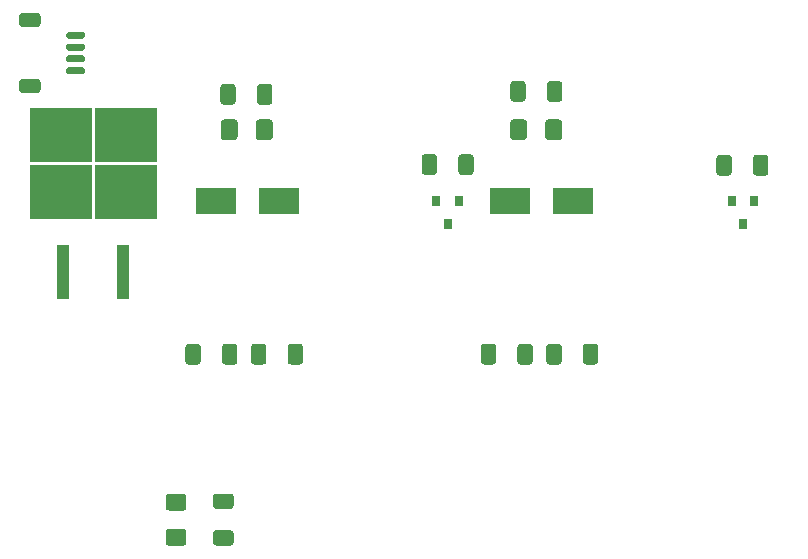
<source format=gbr>
%TF.GenerationSoftware,KiCad,Pcbnew,(5.1.9-0-10_14)*%
%TF.CreationDate,2021-11-09T22:49:23+01:00*%
%TF.ProjectId,xDoor,78446f6f-722e-46b6-9963-61645f706362,rev?*%
%TF.SameCoordinates,Original*%
%TF.FileFunction,Paste,Top*%
%TF.FilePolarity,Positive*%
%FSLAX46Y46*%
G04 Gerber Fmt 4.6, Leading zero omitted, Abs format (unit mm)*
G04 Created by KiCad (PCBNEW (5.1.9-0-10_14)) date 2021-11-09 22:49:23*
%MOMM*%
%LPD*%
G01*
G04 APERTURE LIST*
%ADD10R,3.500000X2.300000*%
%ADD11R,0.800000X0.900000*%
%ADD12R,5.250000X4.550000*%
%ADD13R,1.100000X4.600000*%
G04 APERTURE END LIST*
%TO.C,R9*%
G36*
G01*
X45400000Y-16375000D02*
X45400000Y-15125000D01*
G75*
G02*
X45650000Y-14875000I250000J0D01*
G01*
X46450000Y-14875000D01*
G75*
G02*
X46700000Y-15125000I0J-250000D01*
G01*
X46700000Y-16375000D01*
G75*
G02*
X46450000Y-16625000I-250000J0D01*
G01*
X45650000Y-16625000D01*
G75*
G02*
X45400000Y-16375000I0J250000D01*
G01*
G37*
G36*
G01*
X42300000Y-16375000D02*
X42300000Y-15125000D01*
G75*
G02*
X42550000Y-14875000I250000J0D01*
G01*
X43350000Y-14875000D01*
G75*
G02*
X43600000Y-15125000I0J-250000D01*
G01*
X43600000Y-16375000D01*
G75*
G02*
X43350000Y-16625000I-250000J0D01*
G01*
X42550000Y-16625000D01*
G75*
G02*
X42300000Y-16375000I0J250000D01*
G01*
G37*
%TD*%
%TO.C,R8*%
G36*
G01*
X20850000Y-16625000D02*
X20850000Y-15375000D01*
G75*
G02*
X21100000Y-15125000I250000J0D01*
G01*
X21900000Y-15125000D01*
G75*
G02*
X22150000Y-15375000I0J-250000D01*
G01*
X22150000Y-16625000D01*
G75*
G02*
X21900000Y-16875000I-250000J0D01*
G01*
X21100000Y-16875000D01*
G75*
G02*
X20850000Y-16625000I0J250000D01*
G01*
G37*
G36*
G01*
X17750000Y-16625000D02*
X17750000Y-15375000D01*
G75*
G02*
X18000000Y-15125000I250000J0D01*
G01*
X18800000Y-15125000D01*
G75*
G02*
X19050000Y-15375000I0J-250000D01*
G01*
X19050000Y-16625000D01*
G75*
G02*
X18800000Y-16875000I-250000J0D01*
G01*
X18000000Y-16875000D01*
G75*
G02*
X17750000Y-16625000I0J250000D01*
G01*
G37*
%TD*%
%TO.C,J4*%
G36*
G01*
X974999Y-14700000D02*
X2275001Y-14700000D01*
G75*
G02*
X2525000Y-14949999I0J-249999D01*
G01*
X2525000Y-15650001D01*
G75*
G02*
X2275001Y-15900000I-249999J0D01*
G01*
X974999Y-15900000D01*
G75*
G02*
X725000Y-15650001I0J249999D01*
G01*
X725000Y-14949999D01*
G75*
G02*
X974999Y-14700000I249999J0D01*
G01*
G37*
G36*
G01*
X974999Y-9100000D02*
X2275001Y-9100000D01*
G75*
G02*
X2525000Y-9349999I0J-249999D01*
G01*
X2525000Y-10050001D01*
G75*
G02*
X2275001Y-10300000I-249999J0D01*
G01*
X974999Y-10300000D01*
G75*
G02*
X725000Y-10050001I0J249999D01*
G01*
X725000Y-9349999D01*
G75*
G02*
X974999Y-9100000I249999J0D01*
G01*
G37*
G36*
G01*
X4875000Y-13700000D02*
X6125000Y-13700000D01*
G75*
G02*
X6275000Y-13850000I0J-150000D01*
G01*
X6275000Y-14150000D01*
G75*
G02*
X6125000Y-14300000I-150000J0D01*
G01*
X4875000Y-14300000D01*
G75*
G02*
X4725000Y-14150000I0J150000D01*
G01*
X4725000Y-13850000D01*
G75*
G02*
X4875000Y-13700000I150000J0D01*
G01*
G37*
G36*
G01*
X4875000Y-12700000D02*
X6125000Y-12700000D01*
G75*
G02*
X6275000Y-12850000I0J-150000D01*
G01*
X6275000Y-13150000D01*
G75*
G02*
X6125000Y-13300000I-150000J0D01*
G01*
X4875000Y-13300000D01*
G75*
G02*
X4725000Y-13150000I0J150000D01*
G01*
X4725000Y-12850000D01*
G75*
G02*
X4875000Y-12700000I150000J0D01*
G01*
G37*
G36*
G01*
X4875000Y-11700000D02*
X6125000Y-11700000D01*
G75*
G02*
X6275000Y-11850000I0J-150000D01*
G01*
X6275000Y-12150000D01*
G75*
G02*
X6125000Y-12300000I-150000J0D01*
G01*
X4875000Y-12300000D01*
G75*
G02*
X4725000Y-12150000I0J150000D01*
G01*
X4725000Y-11850000D01*
G75*
G02*
X4875000Y-11700000I150000J0D01*
G01*
G37*
G36*
G01*
X4875000Y-10700000D02*
X6125000Y-10700000D01*
G75*
G02*
X6275000Y-10850000I0J-150000D01*
G01*
X6275000Y-11150000D01*
G75*
G02*
X6125000Y-11300000I-150000J0D01*
G01*
X4875000Y-11300000D01*
G75*
G02*
X4725000Y-11150000I0J150000D01*
G01*
X4725000Y-10850000D01*
G75*
G02*
X4875000Y-10700000I150000J0D01*
G01*
G37*
%TD*%
%TO.C,R7*%
G36*
G01*
X18625000Y-51100000D02*
X17375000Y-51100000D01*
G75*
G02*
X17125000Y-50850000I0J250000D01*
G01*
X17125000Y-50050000D01*
G75*
G02*
X17375000Y-49800000I250000J0D01*
G01*
X18625000Y-49800000D01*
G75*
G02*
X18875000Y-50050000I0J-250000D01*
G01*
X18875000Y-50850000D01*
G75*
G02*
X18625000Y-51100000I-250000J0D01*
G01*
G37*
G36*
G01*
X18625000Y-54200000D02*
X17375000Y-54200000D01*
G75*
G02*
X17125000Y-53950000I0J250000D01*
G01*
X17125000Y-53150000D01*
G75*
G02*
X17375000Y-52900000I250000J0D01*
G01*
X18625000Y-52900000D01*
G75*
G02*
X18875000Y-53150000I0J-250000D01*
G01*
X18875000Y-53950000D01*
G75*
G02*
X18625000Y-54200000I-250000J0D01*
G01*
G37*
%TD*%
%TO.C,R6*%
G36*
G01*
X41100000Y-37375000D02*
X41100000Y-38625000D01*
G75*
G02*
X40850000Y-38875000I-250000J0D01*
G01*
X40050000Y-38875000D01*
G75*
G02*
X39800000Y-38625000I0J250000D01*
G01*
X39800000Y-37375000D01*
G75*
G02*
X40050000Y-37125000I250000J0D01*
G01*
X40850000Y-37125000D01*
G75*
G02*
X41100000Y-37375000I0J-250000D01*
G01*
G37*
G36*
G01*
X44200000Y-37375000D02*
X44200000Y-38625000D01*
G75*
G02*
X43950000Y-38875000I-250000J0D01*
G01*
X43150000Y-38875000D01*
G75*
G02*
X42900000Y-38625000I0J250000D01*
G01*
X42900000Y-37375000D01*
G75*
G02*
X43150000Y-37125000I250000J0D01*
G01*
X43950000Y-37125000D01*
G75*
G02*
X44200000Y-37375000I0J-250000D01*
G01*
G37*
%TD*%
%TO.C,R5*%
G36*
G01*
X16100000Y-37375000D02*
X16100000Y-38625000D01*
G75*
G02*
X15850000Y-38875000I-250000J0D01*
G01*
X15050000Y-38875000D01*
G75*
G02*
X14800000Y-38625000I0J250000D01*
G01*
X14800000Y-37375000D01*
G75*
G02*
X15050000Y-37125000I250000J0D01*
G01*
X15850000Y-37125000D01*
G75*
G02*
X16100000Y-37375000I0J-250000D01*
G01*
G37*
G36*
G01*
X19200000Y-37375000D02*
X19200000Y-38625000D01*
G75*
G02*
X18950000Y-38875000I-250000J0D01*
G01*
X18150000Y-38875000D01*
G75*
G02*
X17900000Y-38625000I0J250000D01*
G01*
X17900000Y-37375000D01*
G75*
G02*
X18150000Y-37125000I250000J0D01*
G01*
X18950000Y-37125000D01*
G75*
G02*
X19200000Y-37375000I0J-250000D01*
G01*
G37*
%TD*%
%TO.C,D5*%
G36*
G01*
X43712500Y-18375000D02*
X43712500Y-19625000D01*
G75*
G02*
X43462500Y-19875000I-250000J0D01*
G01*
X42537500Y-19875000D01*
G75*
G02*
X42287500Y-19625000I0J250000D01*
G01*
X42287500Y-18375000D01*
G75*
G02*
X42537500Y-18125000I250000J0D01*
G01*
X43462500Y-18125000D01*
G75*
G02*
X43712500Y-18375000I0J-250000D01*
G01*
G37*
G36*
G01*
X46687500Y-18375000D02*
X46687500Y-19625000D01*
G75*
G02*
X46437500Y-19875000I-250000J0D01*
G01*
X45512500Y-19875000D01*
G75*
G02*
X45262500Y-19625000I0J250000D01*
G01*
X45262500Y-18375000D01*
G75*
G02*
X45512500Y-18125000I250000J0D01*
G01*
X46437500Y-18125000D01*
G75*
G02*
X46687500Y-18375000I0J-250000D01*
G01*
G37*
%TD*%
%TO.C,D4*%
G36*
G01*
X19212500Y-18375000D02*
X19212500Y-19625000D01*
G75*
G02*
X18962500Y-19875000I-250000J0D01*
G01*
X18037500Y-19875000D01*
G75*
G02*
X17787500Y-19625000I0J250000D01*
G01*
X17787500Y-18375000D01*
G75*
G02*
X18037500Y-18125000I250000J0D01*
G01*
X18962500Y-18125000D01*
G75*
G02*
X19212500Y-18375000I0J-250000D01*
G01*
G37*
G36*
G01*
X22187500Y-18375000D02*
X22187500Y-19625000D01*
G75*
G02*
X21937500Y-19875000I-250000J0D01*
G01*
X21012500Y-19875000D01*
G75*
G02*
X20762500Y-19625000I0J250000D01*
G01*
X20762500Y-18375000D01*
G75*
G02*
X21012500Y-18125000I250000J0D01*
G01*
X21937500Y-18125000D01*
G75*
G02*
X22187500Y-18375000I0J-250000D01*
G01*
G37*
%TD*%
%TO.C,D3*%
G36*
G01*
X14625000Y-51237500D02*
X13375000Y-51237500D01*
G75*
G02*
X13125000Y-50987500I0J250000D01*
G01*
X13125000Y-50062500D01*
G75*
G02*
X13375000Y-49812500I250000J0D01*
G01*
X14625000Y-49812500D01*
G75*
G02*
X14875000Y-50062500I0J-250000D01*
G01*
X14875000Y-50987500D01*
G75*
G02*
X14625000Y-51237500I-250000J0D01*
G01*
G37*
G36*
G01*
X14625000Y-54212500D02*
X13375000Y-54212500D01*
G75*
G02*
X13125000Y-53962500I0J250000D01*
G01*
X13125000Y-53037500D01*
G75*
G02*
X13375000Y-52787500I250000J0D01*
G01*
X14625000Y-52787500D01*
G75*
G02*
X14875000Y-53037500I0J-250000D01*
G01*
X14875000Y-53962500D01*
G75*
G02*
X14625000Y-54212500I-250000J0D01*
G01*
G37*
%TD*%
D10*
%TO.C,D2*%
X47650000Y-25000000D03*
X42250000Y-25000000D03*
%TD*%
%TO.C,D1*%
X22750000Y-25000000D03*
X17350000Y-25000000D03*
%TD*%
%TO.C,R4*%
G36*
G01*
X48450000Y-38625000D02*
X48450000Y-37375000D01*
G75*
G02*
X48700000Y-37125000I250000J0D01*
G01*
X49500000Y-37125000D01*
G75*
G02*
X49750000Y-37375000I0J-250000D01*
G01*
X49750000Y-38625000D01*
G75*
G02*
X49500000Y-38875000I-250000J0D01*
G01*
X48700000Y-38875000D01*
G75*
G02*
X48450000Y-38625000I0J250000D01*
G01*
G37*
G36*
G01*
X45350000Y-38625000D02*
X45350000Y-37375000D01*
G75*
G02*
X45600000Y-37125000I250000J0D01*
G01*
X46400000Y-37125000D01*
G75*
G02*
X46650000Y-37375000I0J-250000D01*
G01*
X46650000Y-38625000D01*
G75*
G02*
X46400000Y-38875000I-250000J0D01*
G01*
X45600000Y-38875000D01*
G75*
G02*
X45350000Y-38625000I0J250000D01*
G01*
G37*
%TD*%
%TO.C,R3*%
G36*
G01*
X62850000Y-22625000D02*
X62850000Y-21375000D01*
G75*
G02*
X63100000Y-21125000I250000J0D01*
G01*
X63900000Y-21125000D01*
G75*
G02*
X64150000Y-21375000I0J-250000D01*
G01*
X64150000Y-22625000D01*
G75*
G02*
X63900000Y-22875000I-250000J0D01*
G01*
X63100000Y-22875000D01*
G75*
G02*
X62850000Y-22625000I0J250000D01*
G01*
G37*
G36*
G01*
X59750000Y-22625000D02*
X59750000Y-21375000D01*
G75*
G02*
X60000000Y-21125000I250000J0D01*
G01*
X60800000Y-21125000D01*
G75*
G02*
X61050000Y-21375000I0J-250000D01*
G01*
X61050000Y-22625000D01*
G75*
G02*
X60800000Y-22875000I-250000J0D01*
G01*
X60000000Y-22875000D01*
G75*
G02*
X59750000Y-22625000I0J250000D01*
G01*
G37*
%TD*%
%TO.C,R2*%
G36*
G01*
X23450000Y-38625000D02*
X23450000Y-37375000D01*
G75*
G02*
X23700000Y-37125000I250000J0D01*
G01*
X24500000Y-37125000D01*
G75*
G02*
X24750000Y-37375000I0J-250000D01*
G01*
X24750000Y-38625000D01*
G75*
G02*
X24500000Y-38875000I-250000J0D01*
G01*
X23700000Y-38875000D01*
G75*
G02*
X23450000Y-38625000I0J250000D01*
G01*
G37*
G36*
G01*
X20350000Y-38625000D02*
X20350000Y-37375000D01*
G75*
G02*
X20600000Y-37125000I250000J0D01*
G01*
X21400000Y-37125000D01*
G75*
G02*
X21650000Y-37375000I0J-250000D01*
G01*
X21650000Y-38625000D01*
G75*
G02*
X21400000Y-38875000I-250000J0D01*
G01*
X20600000Y-38875000D01*
G75*
G02*
X20350000Y-38625000I0J250000D01*
G01*
G37*
%TD*%
%TO.C,R1*%
G36*
G01*
X37900000Y-22575000D02*
X37900000Y-21325000D01*
G75*
G02*
X38150000Y-21075000I250000J0D01*
G01*
X38950000Y-21075000D01*
G75*
G02*
X39200000Y-21325000I0J-250000D01*
G01*
X39200000Y-22575000D01*
G75*
G02*
X38950000Y-22825000I-250000J0D01*
G01*
X38150000Y-22825000D01*
G75*
G02*
X37900000Y-22575000I0J250000D01*
G01*
G37*
G36*
G01*
X34800000Y-22575000D02*
X34800000Y-21325000D01*
G75*
G02*
X35050000Y-21075000I250000J0D01*
G01*
X35850000Y-21075000D01*
G75*
G02*
X36100000Y-21325000I0J-250000D01*
G01*
X36100000Y-22575000D01*
G75*
G02*
X35850000Y-22825000I-250000J0D01*
G01*
X35050000Y-22825000D01*
G75*
G02*
X34800000Y-22575000I0J250000D01*
G01*
G37*
%TD*%
D11*
%TO.C,Q3*%
X62000000Y-27000000D03*
X61050000Y-25000000D03*
X62950000Y-25000000D03*
%TD*%
%TO.C,Q2*%
X37000000Y-27000000D03*
X36050000Y-25000000D03*
X37950000Y-25000000D03*
%TD*%
D12*
%TO.C,Q1*%
X9775000Y-24300000D03*
X4225000Y-19450000D03*
X4225000Y-24300000D03*
X9775000Y-19450000D03*
D13*
X9540000Y-31025000D03*
X4460000Y-31025000D03*
%TD*%
M02*

</source>
